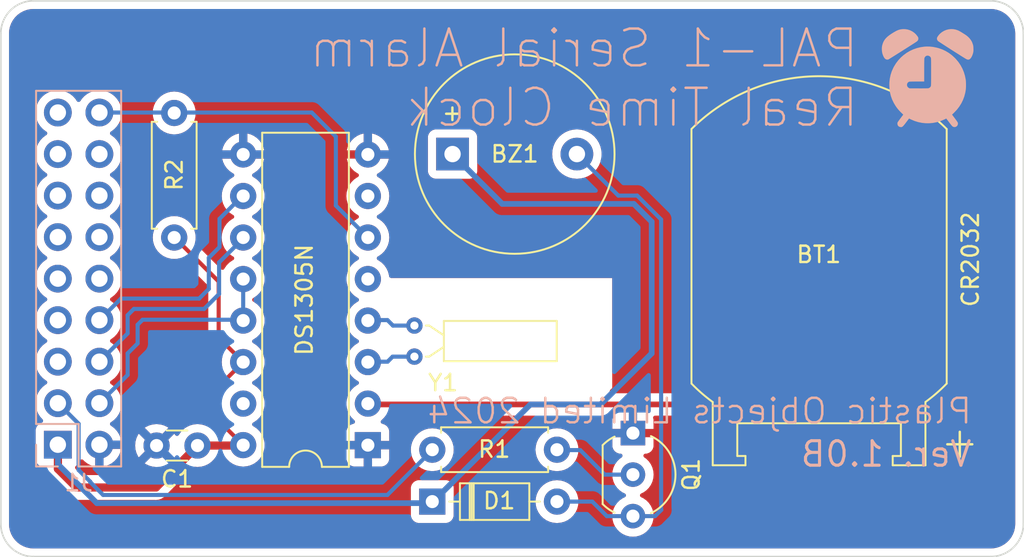
<source format=kicad_pcb>
(kicad_pcb (version 20221018) (generator pcbnew)
  (layers (0 "F.Cu" signal) (31 "B.Cu" signal) (34 "B.Paste" user) (35 "F.Paste" user) (36 "B.SilkS" user "B.Silkscreen") (37 "F.SilkS" user "F.Silkscreen") (38 "B.Mask" user) (39 "F.Mask" user) (44 "Edge.Cuts" user))
  (property "VERSION" "1.0B")
  (net 0 "")
  (net 1 "PB0")
  (net 2 "VCC")
  (net 3 "GND")
  (net 4 "PA0")
  (net 6 "PA1")
  (net 8 "PA2")
  (net 15 "Net-(BT1-+)")
  (net 18 "Net-(U1-X1)")
  (net 19 "Net-(U1-X2)")
  (net 21 "~{INT0}")
  (net 25 "Net-(Q1-B)")
  (net 26 "Net-(BZ1-+)")
  (footprint "Diode_THT:D_DO-35_SOD27_P7.62mm_Horizontal" (layer "F.Cu") (at 156.8704 100.6348)
    (fp_text reference "D1" (at 4.0894 -0.0508) (layer "F.SilkS"))
    (fp_text value "1N4148")
    (fp_line (start 1.04 0) (end 1.69 0) (stroke (width 0.12)) (layer "F.SilkS"))
    (fp_line (start 1.69 -1.12) (end 1.69 1.12) (stroke (width 0.12)) (layer "F.SilkS"))
    (fp_line (start 1.69 1.12) (end 5.93 1.12) (stroke (width 0.12)) (layer "F.SilkS"))
    (fp_line (start 2.29 -1.12) (end 2.29 1.12) (stroke (width 0.12)) (layer "F.SilkS"))
    (fp_line (start 2.41 -1.12) (end 2.41 1.12) (stroke (width 0.12)) (layer "F.SilkS"))
    (fp_line (start 2.53 -1.12) (end 2.53 1.12) (stroke (width 0.12)) (layer "F.SilkS"))
    (fp_line (start 5.93 -1.12) (end 1.69 -1.12) (stroke (width 0.12)) (layer "F.SilkS"))
    (fp_line (start 5.93 1.12) (end 5.93 -1.12) (stroke (width 0.12)) (layer "F.SilkS"))
    (fp_line (start 6.58 0) (end 5.93 0) (stroke (width 0.12)) (layer "F.SilkS"))
    (pad "1" thru_hole rect (at 0 0) (size 1.6 1.6) (drill 0.8) (layers "*.Cu" "*.Mask") (net 2 "VCC"))
    (pad "2" thru_hole oval (at 7.62 0) (size 1.6 1.6) (drill 0.8) (layers "*.Cu" "*.Mask") (net 26 "Net-(BZ1-+)"))
  )
  (footprint "Resistor_THT:R_Axial_DIN0207_L6.3mm_D2.5mm_P7.62mm_Horizontal" (layer "F.Cu") (at 141.097 84.4804 90)
    (fp_text reference "R2" (at 3.8354 0 90) (layer "F.SilkS"))
    (fp_text value "10K")
    (fp_line (start 0.54 -1.37) (end 7.08 -1.37) (stroke (width 0.12)) (layer "F.SilkS"))
    (fp_line (start 0.54 -1.04) (end 0.54 -1.37) (stroke (width 0.12)) (layer "F.SilkS"))
    (fp_line (start 0.54 1.04) (end 0.54 1.37) (stroke (width 0.12)) (layer "F.SilkS"))
    (fp_line (start 0.54 1.37) (end 7.08 1.37) (stroke (width 0.12)) (layer "F.SilkS"))
    (fp_line (start 7.08 -1.37) (end 7.08 -1.04) (stroke (width 0.12)) (layer "F.SilkS"))
    (fp_line (start 7.08 1.37) (end 7.08 1.04) (stroke (width 0.12)) (layer "F.SilkS"))
    (pad "1" thru_hole circle (at 0 0 90) (size 1.6 1.6) (drill 0.8) (layers "*.Cu" "*.Mask") (net 2 "VCC"))
    (pad "2" thru_hole oval (at 7.62 0 90) (size 1.6 1.6) (drill 0.8) (layers "*.Cu" "*.Mask") (net 21 "~{INT0}"))
  )
  (footprint "Resistor_THT:R_Axial_DIN0207_L6.3mm_D2.5mm_P7.62mm_Horizontal" (layer "F.Cu") (at 156.8704 97.4598)
    (fp_text reference "R1" (at 3.7846 -0.0254) (layer "F.SilkS"))
    (fp_text value "1K")
    (fp_line (start 0.54 -1.37) (end 7.08 -1.37) (stroke (width 0.12)) (layer "F.SilkS"))
    (fp_line (start 0.54 -1.04) (end 0.54 -1.37) (stroke (width 0.12)) (layer "F.SilkS"))
    (fp_line (start 0.54 1.04) (end 0.54 1.37) (stroke (width 0.12)) (layer "F.SilkS"))
    (fp_line (start 0.54 1.37) (end 7.08 1.37) (stroke (width 0.12)) (layer "F.SilkS"))
    (fp_line (start 7.08 -1.37) (end 7.08 -1.04) (stroke (width 0.12)) (layer "F.SilkS"))
    (fp_line (start 7.08 1.37) (end 7.08 1.04) (stroke (width 0.12)) (layer "F.SilkS"))
    (pad "1" thru_hole circle (at 0 0) (size 1.6 1.6) (drill 0.8) (layers "*.Cu" "*.Mask") (net 1 "PB0"))
    (pad "2" thru_hole oval (at 7.62 0) (size 1.6 1.6) (drill 0.8) (layers "*.Cu" "*.Mask") (net 25 "Net-(Q1-B)"))
  )
  (footprint "Package_DIP:DIP-16_W7.62mm" (layer "F.Cu") (at 152.9334 97.1804 180)
    (fp_text reference "U1" hide)
    (fp_text value "DS1305N" (at 3.8862 8.89 90) (layer "F.SilkS"))
    (fp_line (start 1.16 -1.33) (end 1.16 19.11) (stroke (width 0.12)) (layer "F.SilkS"))
    (fp_line (start 1.16 19.11) (end 6.46 19.11) (stroke (width 0.12)) (layer "F.SilkS"))
    (fp_line (start 2.81 -1.33) (end 1.16 -1.33) (stroke (width 0.12)) (layer "F.SilkS"))
    (fp_line (start 6.46 -1.33) (end 4.81 -1.33) (stroke (width 0.12)) (layer "F.SilkS"))
    (fp_line (start 6.46 19.11) (end 6.46 -1.33) (stroke (width 0.12)) (layer "F.SilkS"))
    (fp_arc (start 4.81 -1.33) (mid 3.81 -0.33) (end 2.81 -1.33) (stroke (width 0.12)) (layer "F.SilkS"))
    (pad "1" thru_hole rect (at 0 0 180) (size 1.6 1.6) (drill 0.8) (layers "*.Cu" "*.Mask") (net 3 "GND"))
    (pad "2" thru_hole oval (at 0 2.54 180) (size 1.6 1.6) (drill 0.8) (layers "*.Cu" "*.Mask") (net 15 "Net-(BT1-+)"))
    (pad "3" thru_hole oval (at 0 5.08 180) (size 1.6 1.6) (drill 0.8) (layers "*.Cu" "*.Mask") (net 18 "Net-(U1-X1)"))
    (pad "4" thru_hole oval (at 0 7.62 180) (size 1.6 1.6) (drill 0.8) (layers "*.Cu" "*.Mask") (net 19 "Net-(U1-X2)"))
    (pad "5" thru_hole oval (at 0 10.16 180) (size 1.6 1.6) (drill 0.8) (layers "*.Cu" "*.Mask"))
    (pad "6" thru_hole oval (at 0 12.7 180) (size 1.6 1.6) (drill 0.8) (layers "*.Cu" "*.Mask") (net 21 "~{INT0}"))
    (pad "7" thru_hole oval (at 0 15.24 180) (size 1.6 1.6) (drill 0.8) (layers "*.Cu" "*.Mask"))
    (pad "8" thru_hole oval (at 0 17.78 180) (size 1.6 1.6) (drill 0.8) (layers "*.Cu" "*.Mask") (net 3 "GND"))
    (pad "9" thru_hole oval (at 7.62 17.78 180) (size 1.6 1.6) (drill 0.8) (layers "*.Cu" "*.Mask") (net 3 "GND"))
    (pad "10" thru_hole oval (at 7.62 15.24 180) (size 1.6 1.6) (drill 0.8) (layers "*.Cu" "*.Mask") (net 8 "PA2"))
    (pad "11" thru_hole oval (at 7.62 12.7 180) (size 1.6 1.6) (drill 0.8) (layers "*.Cu" "*.Mask") (net 6 "PA1"))
    (pad "12" thru_hole oval (at 7.62 10.16 180) (size 1.6 1.6) (drill 0.8) (layers "*.Cu" "*.Mask") (net 4 "PA0"))
    (pad "13" thru_hole oval (at 7.62 7.62 180) (size 1.6 1.6) (drill 0.8) (layers "*.Cu" "*.Mask") (net 4 "PA0"))
    (pad "14" thru_hole oval (at 7.62 5.08 180) (size 1.6 1.6) (drill 0.8) (layers "*.Cu" "*.Mask") (net 2 "VCC"))
    (pad "15" thru_hole oval (at 7.62 2.54 180) (size 1.6 1.6) (drill 0.8) (layers "*.Cu" "*.Mask"))
    (pad "16" thru_hole oval (at 7.62 0 180) (size 1.6 1.6) (drill 0.8) (layers "*.Cu" "*.Mask") (net 2 "VCC"))
  )
  (footprint "Capacitor_THT:C_Disc_D3.0mm_W1.6mm_P2.50mm" (layer "F.Cu") (at 142.5194 97.2058 180)
    (fp_text reference "C1" (at 1.25 -2.05) (layer "F.SilkS"))
    (fp_text value "0.1uF")
    (fp_line (start 0.621 -0.92) (end 1.879 -0.92) (stroke (width 0.12)) (layer "F.SilkS"))
    (fp_line (start 0.621 0.92) (end 1.879 0.92) (stroke (width 0.12)) (layer "F.SilkS"))
    (pad "1" thru_hole circle (at 0 0 180) (size 1.6 1.6) (drill 0.8) (layers "*.Cu" "*.Mask") (net 2 "VCC"))
    (pad "2" thru_hole circle (at 2.5 0 180) (size 1.6 1.6) (drill 0.8) (layers "*.Cu" "*.Mask") (net 3 "GND"))
  )
  (footprint "Crystal:Crystal_C26-LF_D2.1mm_L6.5mm_Horizontal" (layer "F.Cu") (at 155.7782 91.7652 90)
    (fp_text reference "Y1" (at -1.6 1.75) (layer "F.SilkS"))
    (fp_text value "32.768khz")
    (fp_line (start -0.28 1.8) (end -0.28 8.7) (stroke (width 0.12)) (layer "F.SilkS"))
    (fp_line (start -0.28 8.7) (end 2.18 8.7) (stroke (width 0.12)) (layer "F.SilkS"))
    (fp_line (start 0 0.9) (end 0 0.7) (stroke (width 0.12)) (layer "F.SilkS"))
    (fp_line (start 0.6 1.8) (end 0 0.9) (stroke (width 0.12)) (layer "F.SilkS"))
    (fp_line (start 1.3 1.8) (end 1.9 0.9) (stroke (width 0.12)) (layer "F.SilkS"))
    (fp_line (start 1.9 0.9) (end 1.9 0.7) (stroke (width 0.12)) (layer "F.SilkS"))
    (fp_line (start 2.18 1.8) (end -0.28 1.8) (stroke (width 0.12)) (layer "F.SilkS"))
    (fp_line (start 2.18 8.7) (end 2.18 1.8) (stroke (width 0.12)) (layer "F.SilkS"))
    (pad "1" thru_hole circle (at 0 0 90) (size 1 1) (drill 0.5) (layers "*.Cu" "*.Mask") (net 18 "Net-(U1-X1)"))
    (pad "2" thru_hole circle (at 1.9 0 90) (size 1 1) (drill 0.5) (layers "*.Cu" "*.Mask") (net 19 "Net-(U1-X2)"))
  )
  (footprint "Buzzer_Beeper:Buzzer_12x9.5RM7.6" (layer "F.Cu") (at 158.1096 79.375)
    (fp_text reference "BZ1" (at 3.8 0) (layer "F.SilkS"))
    (fp_text value "Buzzer")
    (fp_text user "+" (at -0.01 -2.54) (layer "F.SilkS"))
    (fp_circle (center 3.8 0) (end 9.9 0) (stroke (width 0.12)) (fill none) (layer "F.SilkS"))
    (pad "1" thru_hole rect (at 0 0) (size 2 2) (drill 1) (layers "*.Cu" "*.Mask") (net 2 "VCC"))
    (pad "2" thru_hole circle (at 7.6 0) (size 2 2) (drill 1) (layers "*.Cu" "*.Mask") (net 26 "Net-(BZ1-+)"))
  )
  (footprint "Battery_Holder:CH7410-2032" (layer "F.Cu") (at 180.511633 87.8434)
    (fp_text reference "BT1" (at -0.019233 -2.3216 unlocked) (layer "F.SilkS"))
    (fp_text value "CR2032" hide)
    (fp_text user "+" (at 8.6 10.3 unlocked) (layer "F.SilkS") (effects (font (size 2 2)) (justify bottom)))
    (fp_line (start -7.8 -10) (end -7.8 5.57) (stroke (width 0.12)) (layer "F.SilkS"))
    (fp_line (start -6.5 10.569134) (end -6.5 6.7) (stroke (width 0.12)) (layer "F.SilkS"))
    (fp_line (start -6.5 10.569134) (end -4.5 10.569134) (stroke (width 0.12)) (layer "F.SilkS"))
    (fp_line (start -5 8) (end -5 10) (stroke (width 0.12)) (layer "F.SilkS"))
    (fp_line (start -5 8) (end 5 8) (stroke (width 0.12)) (layer "F.SilkS"))
    (fp_line (start -4.5 10) (end -5 10) (stroke (width 0.12)) (layer "F.SilkS"))
    (fp_line (start -4.5 10) (end -4.5 10.569134) (stroke (width 0.12)) (layer "F.SilkS"))
    (fp_line (start 4.5 10) (end 4.5 10.569134) (stroke (width 0.12)) (layer "F.SilkS"))
    (fp_line (start 4.5 10) (end 5 10) (stroke (width 0.12)) (layer "F.SilkS"))
    (fp_line (start 4.5 10.569134) (end 6.5 10.569134) (stroke (width 0.12)) (layer "F.SilkS"))
    (fp_line (start 5 8) (end 5 10) (stroke (width 0.12)) (layer "F.SilkS"))
    (fp_line (start 6.5 10.569134) (end 6.5 6.7) (stroke (width 0.12)) (layer "F.SilkS"))
    (fp_line (start 7.8 -10) (end 7.8 5.57) (stroke (width 0.12)) (layer "F.SilkS"))
    (fp_arc (start -7.8 -10) (mid 0 -13.230866) (end 7.8 -10) (stroke (width 0.12)) (layer "F.SilkS"))
    (fp_arc (start -6.5 6.7) (mid -7.174687 6.162947) (end -7.8 5.569134) (stroke (width 0.12)) (layer "F.SilkS"))
    (fp_arc (start 7.8 5.569134) (mid 7.174687 6.162946) (end 6.5 6.7) (stroke (width 0.12)) (layer "F.SilkS"))
    (pad "1" smd roundrect (at 0 10.2) (size 3.6 2.2) (layers "F.Cu" "F.Paste" "F.Mask") (roundrect_rratio 0.025) (net 15 "Net-(BT1-+)"))
    (pad "2" smd roundrect (at 0 -11.1) (size 2.6 3.6) (layers "F.Cu" "F.Paste" "F.Mask") (roundrect_rratio 0.025) (net 3 "GND"))
  )
  (footprint "Package_TO_SOT_THT:TO-92_Inline_Wide" (layer "F.Cu") (at 169.1342 96.4438 -90)
    (fp_text reference "Q1" (at 2.54 -3.56 -90) (layer "F.SilkS"))
    (fp_text value "2N3904")
    (fp_line (start 0.74 1.85) (end 4.34 1.85) (stroke (width 0.12)) (layer "F.SilkS"))
    (fp_arc (start 0.1836 -1.098807) (mid 1.143021 -2.192817) (end 2.54 -2.6) (stroke (width 0.12)) (layer "F.SilkS"))
    (fp_arc (start 0.74 1.85) (mid 0.446097 1.509328) (end 0.215816 1.122795) (stroke (width 0.12)) (layer "F.SilkS"))
    (fp_arc (start 2.54 -2.6) (mid 3.936979 -2.192818) (end 4.8964 -1.098807) (stroke (width 0.12)) (layer "F.SilkS"))
    (fp_arc (start 4.864184 1.122795) (mid 4.633903 1.509328) (end 4.34 1.85) (stroke (width 0.12)) (layer "F.SilkS"))
    (pad "1" thru_hole rect (at 0 0 270) (size 1.5 1.5) (drill 0.8) (layers "*.Cu" "*.Mask") (net 3 "GND"))
    (pad "2" thru_hole circle (at 2.54 0 270) (size 1.5 1.5) (drill 0.8) (layers "*.Cu" "*.Mask") (net 25 "Net-(Q1-B)"))
    (pad "3" thru_hole circle (at 5.08 0 270) (size 1.5 1.5) (drill 0.8) (layers "*.Cu" "*.Mask") (net 26 "Net-(BZ1-+)"))
  )
  (footprint "LOGO" (layer "B.Cu") (at 187.1472 74.7268 180)
    (fp_text reference "G***" hide)
    (fp_text value "LOGO" hide)
    (fp_poly (pts (xy 1.583049 2.990531) (xy 1.659921 2.979023) (xy 1.734334 2.961119) (xy 1.809685 2.935477) (xy 1.88937 2.900753) (xy 1.976786 2.855606) (xy 2.07533 2.798695) (xy 2.188398 2.728676) (xy 2.203237 2.719244) (xy 2.338487 2.627494) (xy 2.452569 2.537232) (xy 2.54742 2.44598) (xy 2.624979 2.351259) (xy 2.687183 2.250593) (xy 2.735968 2.141503) (xy 2.773273 2.021512) (xy 2.783952 1.976591) (xy 2.797399 1.884637) (xy 2.801387 1.780113) (xy 2.796325 1.671666) (xy 2.782618 1.567944) (xy 2.760673 1.477594) (xy 2.760443 1.476881) (xy 2.720519 1.36731) (xy 2.678377 1.279986) (xy 2.633283 1.213759) (xy 2.584502 1.167481) (xy 2.549861 1.147275) (xy 2.485542 1.128463) (xy 2.422495 1.132204) (xy 2.39712 1.139803) (xy 2.383324 1.147446) (xy 2.351525 1.166581) (xy 2.303482 1.196096) (xy 2.240957 1.234877) (xy 2.165711 1.281812) (xy 2.079505 1.335787) (xy 1.984099 1.395689) (xy 1.881254 1.460406) (xy 1.772732 1.528824) (xy 1.660293 1.59983) (xy 1.545699 1.672311) (xy 1.430709 1.745154) (xy 1.317085 1.817246) (xy 1.206589 1.887474) (xy 1.10098 1.954726) (xy 1.00202 2.017887) (xy 0.911469 2.075845) (xy 0.831089 2.127487) (xy 0.762641 2.171699) (xy 0.707884 2.20737) (xy 0.700854 2.211985) (xy 0.640839 2.256656) (xy 0.600785 2.300351) (xy 0.57784 2.347489) (xy 0.569153 2.402488) (xy 0.568872 2.416487) (xy 0.570147 2.451365) (xy 0.575843 2.479565) (xy 0.588766 2.508464) (xy 0.611721 2.545437) (xy 0.625914 2.566444) (xy 0.717451 2.680092) (xy 0.82519 2.778598) (xy 0.946372 2.860602) (xy 1.078235 2.924746) (xy 1.218021 2.969671) (xy 1.362969 2.994017) (xy 1.500323 2.996983)) (fill solid) (layer "B.SilkS"))
    (fp_poly (pts (xy -1.277505 2.982662) (xy -1.134825 2.945964) (xy -0.998312 2.888782) (xy -0.870445 2.811536) (xy -0.770485 2.730488) (xy -0.715773 2.675488) (xy -0.665157 2.616235) (xy -0.621893 2.557262) (xy -0.589233 2.503102) (xy -0.570432 2.458289) (xy -0.568207 2.448683) (xy -0.568108 2.384533) (xy -0.588741 2.32269) (xy -0.627807 2.269834) (xy -0.630697 2.267086) (xy -0.646864 2.254916) (xy -0.681049 2.231396) (xy -0.731441 2.197685) (xy -0.79623 2.154941) (xy -0.873606 2.104321) (xy -0.961759 2.046984) (xy -1.058879 1.984089) (xy -1.163157 1.916793) (xy -1.272783 1.846254) (xy -1.385945 1.773632) (xy -1.500835 1.700083) (xy -1.615643 1.626766) (xy -1.728558 1.554839) (xy -1.837771 1.48546) (xy -1.941472 1.419788) (xy -2.037851 1.358981) (xy -2.125097 1.304196) (xy -2.201401 1.256593) (xy -2.264953 1.217328) (xy -2.313943 1.187561) (xy -2.346561 1.16845) (xy -2.353898 1.164427) (xy -2.419786 1.135955) (xy -2.476686 1.126241) (xy -2.529054 1.134839) (xy -2.552432 1.144616) (xy -2.599671 1.178905) (xy -2.646259 1.233288) (xy -2.690308 1.304452) (xy -2.729931 1.389079) (xy -2.763242 1.483856) (xy -2.779074 1.54279) (xy -2.789545 1.590707) (xy -2.796229 1.634078) (xy -2.799617 1.67977) (xy -2.800201 1.734651) (xy -2.798475 1.805591) (xy -2.798294 1.810937) (xy -2.795287 1.881809) (xy -2.791138 1.936128) (xy -2.784789 1.98078) (xy -2.775181 2.022656) (xy -2.761254 2.068644) (xy -2.756426 2.083224) (xy -2.733449 2.14941) (xy -2.713092 2.200738) (xy -2.691639 2.244918) (xy -2.665373 2.289662) (xy -2.633467 2.338395) (xy -2.562151 2.43061) (xy -2.475894 2.52009) (xy -2.382629 2.598975) (xy -2.339779 2.629394) (xy -2.226529 2.703459) (xy -2.122187 2.769363) (xy -2.028956 2.825787) (xy -1.949041 2.871413) (xy -1.884644 2.904924) (xy -1.860281 2.91615) (xy -1.717739 2.965619) (xy -1.571442 2.992912) (xy -1.423871 2.998452)) (fill solid) (layer "B.SilkS"))
    (fp_poly (pts (xy 0.199261 1.923191) (xy 0.433364 1.889496) (xy 0.659969 1.834077) (xy 0.877874 1.757754) (xy 1.085878 1.661349) (xy 1.282778 1.545684) (xy 1.467372 1.41158) (xy 1.638459 1.259859) (xy 1.794836 1.091341) (xy 1.935302 0.906848) (xy 2.058655 0.707201) (xy 2.103725 0.621713) (xy 2.195981 0.412327) (xy 2.265967 0.195833) (xy 2.313725 -0.02795) (xy 2.339297 -0.259203) (xy 2.34404 -0.417609) (xy 2.333291 -0.654167) (xy 2.301381 -0.881033) (xy 2.248024 -1.099179) (xy 2.172935 -1.309577) (xy 2.075831 -1.513198) (xy 1.971736 -1.687863) (xy 1.896033 -1.798525) (xy 1.820951 -1.89653) (xy 1.740157 -1.98951) (xy 1.647321 -2.085099) (xy 1.620602 -2.111155) (xy 1.492211 -2.235197) (xy 1.661398 -2.461638) (xy 1.709396 -2.526438) (xy 1.753005 -2.586375) (xy 1.790122 -2.638469) (xy 1.818641 -2.679744) (xy 1.836457 -2.707219) (xy 1.841272 -2.716191) (xy 1.851574 -2.772848) (xy 1.844915 -2.834828) (xy 1.823351 -2.89374) (xy 1.788934 -2.941195) (xy 1.785382 -2.944523) (xy 1.7423 -2.972381) (xy 1.688 -2.992485) (xy 1.63446 -3.000448) (xy 1.632563 -3.000453) (xy 1.602821 -2.998386) (xy 1.575052 -2.991161) (xy 1.547123 -2.976826) (xy 1.5169 -2.953433) (xy 1.482249 -2.919031) (xy 1.441038 -2.871672) (xy 1.391132 -2.809405) (xy 1.330397 -2.730281) (xy 1.315823 -2.711017) (xy 1.137184 -2.474468) (xy 1.005209 -2.537923) (xy 0.794063 -2.626628) (xy 0.576234 -2.693513) (xy 0.353599 -2.738578) (xy 0.128033 -2.761823) (xy -0.098587 -2.763248) (xy -0.324386 -2.742852) (xy -0.547487 -2.700637) (xy -0.766015 -2.636601) (xy -0.978093 -2.550744) (xy -1.00499 -2.538029) (xy -1.136745 -2.47468) (xy -1.315834 -2.71129) (xy -1.37396 -2.787549) (xy -1.42044 -2.847102) (xy -1.457318 -2.89227) (xy -1.486635 -2.925379) (xy -1.510434 -2.948753) (xy -1.530759 -2.964714) (xy -1.546992 -2.974273) (xy -1.611575 -2.996587) (xy -1.674904 -2.996159) (xy -1.730249 -2.978221) (xy -1.786161 -2.940779) (xy -1.826018 -2.888569) (xy -1.847887 -2.825535) (xy -1.849835 -2.75562) (xy -1.847332 -2.739356) (xy -1.83668 -2.713999) (xy -1.811156 -2.671329) (xy -1.771106 -2.611866) (xy -1.716875 -2.536126) (xy -1.665991 -2.467467) (xy -1.492167 -2.235648) (xy -1.632494 -2.099481) (xy -1.794247 -1.926661) (xy -1.936487 -1.741411) (xy -2.05869 -1.544776) (xy -2.16033 -1.337802) (xy -2.240886 -1.121536) (xy -2.299831 -0.897023) (xy -2.332205 -0.703276) (xy -2.338525 -0.633095) (xy -2.342483 -0.547126) (xy -2.344131 -0.451706) (xy -2.343521 -0.35317) (xy -2.340705 -0.257853) (xy -2.335734 -0.172093) (xy -2.328662 -0.102224) (xy -2.327189 -0.091948) (xy -2.28009 0.143334) (xy -2.21188 0.368521) (xy -2.209157 0.375081) (xy -0.210983 0.375081) (xy -0.21097 0.214891) (xy -0.210897 0.076444) (xy -0.210719 -0.041961) (xy -0.21039 -0.142024) (xy -0.209862 -0.225444) (xy -0.209089 -0.293922) (xy -0.208025 -0.349158) (xy -0.206623 -0.392852) (xy -0.204837 -0.426704) (xy -0.202619 -0.452414) (xy -0.199924 -0.471682) (xy -0.196705 -0.486208) (xy -0.192915 -0.497692) (xy -0.188508 -0.507834) (xy -0.186709 -0.511593) (xy -0.149597 -0.562729) (xy -0.095947 -0.601795) (xy -0.042687 -0.622033) (xy -0.023736 -0.623821) (xy 0.016176 -0.625408) (xy 0.074566 -0.626765) (xy 0.148951 -0.627861) (xy 0.236851 -0.628669) (xy 0.335783 -0.629158) (xy 0.443265 -0.629299) (xy 0.550899 -0.629085) (xy 1.10766 -0.627088) (xy 1.16221 -0.59502) (xy 1.213042 -0.553239) (xy 1.246292 -0.501032) (xy 1.2623 -0.442758) (xy 1.261404 -0.382773) (xy 1.243944 -0.325435) (xy 1.21026 -0.275101) (xy 1.160691 -0.236128) (xy 1.13327 -0.223449) (xy 1.111421 -0.219849) (xy 1.067015 -0.216827) (xy 1.00093 -0.214408) (xy 0.914044 -0.212615) (xy 0.807236 -0.211469) (xy 0.681384 -0.210995) (xy 0.655628 -0.210982) (xy 0.210982 -0.210982) (xy 0.210917 0.483503) (xy 0.21069 0.643593) (xy 0.21005 0.786039) (xy 0.209011 0.909998) (xy 0.207587 1.014622) (xy 0.205791 1.099066) (xy 0.203639 1.162485) (xy 0.201143 1.204032) (xy 0.198745 1.221579) (xy 0.173537 1.276315) (xy 0.13326 1.324849) (xy 0.091647 1.354905) (xy 0.032995 1.37289) (xy -0.029571 1.371548) (xy -0.090157 1.35284) (xy -0.14287 1.318728) (xy -0.181814 1.271173) (xy -0.186415 1.262363) (xy -0.191118 1.25222) (xy -0.195179 1.241476) (xy -0.198645 1.228433) (xy -0.201564 1.211387) (xy -0.203981 1.18864) (xy -0.205946 1.158488) (xy -0.207503 1.119233) (xy -0.208701 1.069172) (xy -0.209588 1.006604) (xy -0.210208 0.92983) (xy -0.210611 0.837147) (xy -0.210843 0.726855) (xy -0.210951 0.597253) (xy -0.210982 0.446639) (xy -0.210983 0.375081) (xy -2.209157 0.375081) (xy -2.122719 0.583294) (xy -2.012768 0.787335) (xy -1.882187 0.980325) (xy -1.731135 1.161945) (xy -1.658941 1.237458) (xy -1.483814 1.397427) (xy -1.297869 1.536603) (xy -1.101013 1.65504) (xy -0.893152 1.752789) (xy -0.674192 1.829903) (xy -0.5509 1.863082) (xy -0.333842 1.906258) (xy -0.124245 1.928837) (xy 0.081131 1.931077)) (fill solid) (layer "B.SilkS"))
  )
  (footprint "Connector_PinHeader_2.54mm:PinHeader_2x09_P2.54mm_Vertical" (layer "B.Cu") (at 133.985 97.155)
    (fp_text reference "J1" (at 1.27 2.33) (layer "B.SilkS") (effects (justify mirror)))
    (fp_text value "Conn_RIOT")
    (fp_line (start -1.33 -21.65) (end 3.87 -21.65) (stroke (width 0.12)) (layer "B.SilkS"))
    (fp_line (start -1.33 -1.27) (end -1.33 -21.65) (stroke (width 0.12)) (layer "B.SilkS"))
    (fp_line (start -1.33 -1.27) (end 1.27 -1.27) (stroke (width 0.12)) (layer "B.SilkS"))
    (fp_line (start -1.33 0) (end -1.33 1.33) (stroke (width 0.12)) (layer "B.SilkS"))
    (fp_line (start -1.33 1.33) (end 0 1.33) (stroke (width 0.12)) (layer "B.SilkS"))
    (fp_line (start 1.27 -1.27) (end 1.27 1.33) (stroke (width 0.12)) (layer "B.SilkS"))
    (fp_line (start 1.27 1.33) (end 3.87 1.33) (stroke (width 0.12)) (layer "B.SilkS"))
    (fp_line (start 3.87 1.33) (end 3.87 -21.65) (stroke (width 0.12)) (layer "B.SilkS"))
    (pad "1" thru_hole rect (at 0 0) (size 1.7 1.7) (drill 1) (layers "*.Cu" "*.Mask") (net 2 "VCC"))
    (pad "2" thru_hole oval (at 2.54 0) (size 1.7 1.7) (drill 1) (layers "*.Cu" "*.Mask") (net 3 "GND"))
    (pad "3" thru_hole oval (at 0 -2.54) (size 1.7 1.7) (drill 1) (layers "*.Cu" "*.Mask") (net 1 "PB0"))
    (pad "4" thru_hole oval (at 2.54 -2.54) (size 1.7 1.7) (drill 1) (layers "*.Cu" "*.Mask") (net 4 "PA0"))
    (pad "5" thru_hole oval (at 0 -5.08) (size 1.7 1.7) (drill 1) (layers "*.Cu" "*.Mask"))
    (pad "6" thru_hole oval (at 2.54 -5.08) (size 1.7 1.7) (drill 1) (layers "*.Cu" "*.Mask") (net 6 "PA1"))
    (pad "7" thru_hole oval (at 0 -7.62) (size 1.7 1.7) (drill 1) (layers "*.Cu" "*.Mask"))
    (pad "8" thru_hole oval (at 2.54 -7.62) (size 1.7 1.7) (drill 1) (layers "*.Cu" "*.Mask") (net 8 "PA2"))
    (pad "9" thru_hole oval (at 0 -10.16) (size 1.7 1.7) (drill 1) (layers "*.Cu" "*.Mask"))
    (pad "10" thru_hole oval (at 2.54 -10.16) (size 1.7 1.7) (drill 1) (layers "*.Cu" "*.Mask"))
    (pad "11" thru_hole oval (at 0 -12.7) (size 1.7 1.7) (drill 1) (layers "*.Cu" "*.Mask"))
    (pad "12" thru_hole oval (at 2.54 -12.7) (size 1.7 1.7) (drill 1) (layers "*.Cu" "*.Mask"))
    (pad "13" thru_hole oval (at 0 -15.24) (size 1.7 1.7) (drill 1) (layers "*.Cu" "*.Mask"))
    (pad "14" thru_hole oval (at 2.54 -15.24) (size 1.7 1.7) (drill 1) (layers "*.Cu" "*.Mask"))
    (pad "15" thru_hole oval (at 0 -17.78) (size 1.7 1.7) (drill 1) (layers "*.Cu" "*.Mask"))
    (pad "16" thru_hole oval (at 2.54 -17.78) (size 1.7 1.7) (drill 1) (layers "*.Cu" "*.Mask"))
    (pad "17" thru_hole oval (at 0 -20.32) (size 1.7 1.7) (drill 1) (layers "*.Cu" "*.Mask"))
    (pad "18" thru_hole oval (at 2.54 -20.32) (size 1.7 1.7) (drill 1) (layers "*.Cu" "*.Mask") (net 21 "~{INT0}"))
  )
  (gr_line locked (start 132.5 70) (end 191 70) (stroke (width 0.1)) (layer "Edge.Cuts"))
  (gr_arc locked (start 193 102) (mid 192.414214 103.414214) (end 191 104) (stroke (width 0.1)) (layer "Edge.Cuts"))
  (gr_arc locked (start 132.5 104) (mid 131.085786 103.414214) (end 130.5 102) (stroke (width 0.1)) (layer "Edge.Cuts"))
  (gr_arc locked (start 191 70) (mid 192.414214 70.585786) (end 193 72) (stroke (width 0.1)) (layer "Edge.Cuts"))
  (gr_line locked (start 193 72) (end 193 102) (stroke (width 0.1)) (layer "Edge.Cuts"))
  (gr_line locked (start 132.5 104) (end 191 104) (stroke (width 0.1)) (layer "Edge.Cuts"))
  (gr_line locked (start 130.5 72) (end 130.5 102) (stroke (width 0.1)) (layer "Edge.Cuts"))
  (gr_arc locked (start 130.5 72) (mid 131.085786 70.585786) (end 132.5 70) (stroke (width 0.1)) (layer "Edge.Cuts"))
  (gr_text "PAL-1 Serial Alarm\nReal Time Clock" (at 183.0578 77.85155) (layer "B.SilkS") (effects (font (size 2.25 2.25)) (justify left bottom mirror)))
  (gr_text "Plastic Objects Limited 2024" (at 189.947401 95.0976) (layer "B.SilkS") (effects (font (size 1.5 1.5)) (justify left mirror)))
  (gr_text "Ver. ${VERSION}" (at 189.947401 98.6028) (layer "B.SilkS") (effects (font (size 1.5 1.5) (thickness 0.1875)) (justify left bottom mirror)))
  (gr_text "CR2032" (at 190.3476 88.8238 90) (layer "F.SilkS") (effects (font (size 1 1)) (justify left bottom)))
  (segment (start 136.7536 100.2284) (end 154.1272 100.2284) (width 0.25) (layer "B.Cu") (net 1))
  (segment (start 135.255 95.8723) (end 135.255 98.7044) (width 0.25) (layer "B.Cu") (net 1))
  (segment (start 135.255 98.7044) (end 135.9662 99.4156) (width 0.25) (layer "B.Cu") (net 1))
  (segment (start 133.99 94.6073) (end 135.255 95.8723) (width 0.25) (layer "B.Cu") (net 1))
  (segment (start 154.1272 100.2284) (end 156.8704 97.4852) (width 0.25) (layer "B.Cu") (net 1))
  (segment (start 135.9662 99.441) (end 136.7536 100.2284) (width 0.25) (layer "B.Cu") (net 1))
  (segment (start 135.9662 99.4156) (end 135.9662 99.441) (width 0.25) (layer "B.Cu") (net 1))
  (segment (start 135.128 99.7712) (end 138.5062 99.7712) (width 0.5) (layer "F.Cu") (net 2))
  (segment (start 143.8148 93.599) (end 143.8148 95.6818) (width 0.25) (layer "F.Cu") (net 2))
  (segment (start 133.99 98.6332) (end 135.128 99.7712) (width 0.5) (layer "F.Cu") (net 2))
  (segment (start 143.8148 90.6018) (end 145.288 92.075) (width 0.25) (layer "F.Cu") (net 2))
  (segment (start 145.2626 97.1804) (end 145.288 97.155) (width 0.5) (layer "F.Cu") (net 2))
  (segment (start 143.8148 95.6818) (end 145.3134 97.1804) (width 0.25) (layer "F.Cu") (net 2))
  (segment (start 145.3134 92.1004) (end 143.8148 93.599) (width 0.25) (layer "F.Cu") (net 2))
  (segment (start 145.288 97.2058) (end 145.3134 97.1804) (width 0.5) (layer "F.Cu") (net 2))
  (segment (start 139.9794 99.7712) (end 142.5448 97.2058) (width 0.5) (layer "F.Cu") (net 2))
  (segment (start 133.99 97.1473) (end 133.99 98.6332) (width 0.5) (layer "F.Cu") (net 2))
  (segment (start 141.097 84.455) (end 143.8148 87.1728) (width 0.25) (layer "F.Cu") (net 2))
  (segment (start 143.8148 87.1728) (end 143.8148 90.6018) (width 0.25) (layer "F.Cu") (net 2))
  (segment (start 142.5448 97.2058) (end 145.288 97.2058) (width 0.5) (layer "F.Cu") (net 2))
  (segment (start 138.5062 99.7712) (end 139.9794 99.7712) (width 0.5) (layer "F.Cu") (net 2))
  (segment (start 156.7768 100.7284) (end 156.8704 100.6348) (width 0.35) (layer "B.Cu") (net 2))
  (segment (start 156.8704 100.6348) (end 156.9212 100.6348) (width 0.35) (layer "B.Cu") (net 2))
  (segment (start 169.1894 82.423) (end 161.1476 82.423) (width 0.35) (layer "B.Cu") (net 2))
  (segment (start 156.9212 100.6348) (end 162.8648 94.6912) (width 0.35) (layer "B.Cu") (net 2))
  (segment (start 167.1574 94.6912) (end 170.2816 91.567) (width 0.35) (layer "B.Cu") (net 2))
  (segment (start 133.99 97.1473) (end 133.99 98.349381) (width 0.35) (layer "B.Cu") (net 2))
  (segment (start 162.8648 94.6912) (end 167.1574 94.6912) (width 0.35) (layer "B.Cu") (net 2))
  (segment (start 170.2816 83.5152) (end 169.1894 82.423) (width 0.35) (layer "B.Cu") (net 2))
  (segment (start 133.99 98.349381) (end 136.369019 100.7284) (width 0.35) (layer "B.Cu") (net 2))
  (segment (start 136.369019 100.7284) (end 156.7768 100.7284) (width 0.35) (layer "B.Cu") (net 2))
  (segment (start 161.1476 82.423) (end 158.125 79.4004) (width 0.35) (layer "B.Cu") (net 2))
  (segment (start 170.2816 91.567) (end 170.2816 83.5152) (width 0.35) (layer "B.Cu") (net 2))
  (segment (start 138.2522 91.567) (end 138.8618 90.9574) (width 0.25) (layer "B.Cu") (net 4))
  (segment (start 145.3134 87.0204) (end 145.3134 89.5604) (width 0.25) (layer "B.Cu") (net 4))
  (segment (start 139.1666 89.5096) (end 145.2626 89.5096) (width 0.25) (layer "B.Cu") (net 4))
  (segment (start 136.53 94.6073) (end 138.2522 92.8851) (width 0.25) (layer "B.Cu") (net 4))
  (segment (start 138.8618 89.8144) (end 139.1666 89.5096) (width 0.25) (layer "B.Cu") (net 4))
  (segment (start 138.2522 92.8851) (end 138.2522 91.567) (width 0.25) (layer "B.Cu") (net 4))
  (segment (start 138.8618 90.9574) (end 138.8618 89.8144) (width 0.25) (layer "B.Cu") (net 4))
  (segment (start 145.2626 89.5096) (end 145.288 89.535) (width 0.25) (layer "B.Cu") (net 4))
  (segment (start 136.53 92.0673) (end 138.2522 90.3451) (width 0.25) (layer "B.Cu") (net 6))
  (segment (start 143.8402 86.0044) (end 145.288 84.5566) (width 0.25) (layer "B.Cu") (net 6))
  (segment (start 142.9258 88.8492) (end 143.8402 87.9348) (width 0.25) (layer "B.Cu") (net 6))
  (segment (start 145.288 84.5566) (end 145.288 84.455) (width 0.25) (layer "B.Cu") (net 6))
  (segment (start 138.2522 89.2302) (end 138.6332 88.8492) (width 0.25) (layer "B.Cu") (net 6))
  (segment (start 138.2522 90.3451) (end 138.2522 89.2302) (width 0.25) (layer "B.Cu") (net 6))
  (segment (start 143.8402 87.9348) (end 143.8402 86.0044) (width 0.25) (layer "B.Cu") (net 6))
  (segment (start 138.6332 88.8492) (end 142.9258 88.8492) (width 0.25) (layer "B.Cu") (net 6))
  (segment (start 142.621 88.2142) (end 137.8431 88.2142) (width 0.25) (layer "B.Cu") (net 8))
  (segment (start 143.8656 83.3374) (end 143.8656 85.0646) (width 0.25) (layer "B.Cu") (net 8))
  (segment (start 143.2124 87.6228) (end 142.621 88.2142) (width 0.25) (layer "B.Cu") (net 8))
  (segment (start 143.2124 85.7178) (end 143.2124 87.6228) (width 0.25) (layer "B.Cu") (net 8))
  (segment (start 145.288 81.915) (end 143.8656 83.3374) (width 0.25) (layer "B.Cu") (net 8))
  (segment (start 137.8431 88.2142) (end 136.53 89.5273) (width 0.25) (layer "B.Cu") (net 8))
  (segment (start 143.8656 85.0646) (end 143.2124 85.7178) (width 0.25) (layer "B.Cu") (net 8))
  (segment (start 152.908 94.615) (end 152.9842 94.6912) (width 0.35) (layer "F.Cu") (net 15))
  (segment (start 176.5554 94.6912) (end 179.8574 97.9932) (width 0.35) (layer "F.Cu") (net 15))
  (segment (start 179.8574 97.9932) (end 180.5432 97.9932) (width 0.35) (layer "F.Cu") (net 15))
  (segment (start 152.9842 94.6912) (end 176.5554 94.6912) (width 0.35) (layer "F.Cu") (net 15))
  (segment (start 154.4472 91.7667) (end 155.6684 91.7667) (width 0.25) (layer "B.Cu") (net 18))
  (segment (start 154.1389 92.075) (end 154.4472 91.7667) (width 0.25) (layer "B.Cu") (net 18))
  (segment (start 152.908 92.075) (end 154.1389 92.075) (width 0.25) (layer "B.Cu") (net 18))
  (segment (start 152.908 89.5321) (end 154.133 89.5321) (width 0.25) (layer "B.Cu") (net 19))
  (segment (start 154.4676 89.8667) (end 155.6684 89.8667) (width 0.25) (layer "B.Cu") (net 19))
  (segment (start 154.133 89.5321) (end 154.4676 89.8667) (width 0.25) (layer "B.Cu") (net 19))
  (segment (start 150.9776 82.5246) (end 150.9776 78.3082) (width 0.25) (layer "B.Cu") (net 21))
  (segment (start 141.097 76.835) (end 149.5044 76.835) (width 0.25) (layer "B.Cu") (net 21))
  (segment (start 150.9776 78.3082) (end 149.5044 76.835) (width 0.25) (layer "B.Cu") (net 21))
  (segment (start 141.097 76.835) (end 136.5377 76.835) (width 0.25) (layer "B.Cu") (net 21))
  (segment (start 152.908 84.455) (end 150.9776 82.5246) (width 0.25) (layer "B.Cu") (net 21))
  (segment (start 164.4904 97.4852) (end 165.9128 97.4852) (width 0.25) (layer "B.Cu") (net 25))
  (segment (start 165.9128 97.4852) (end 167.4114 98.9838) (width 0.25) (layer "B.Cu") (net 25))
  (segment (start 167.4114 98.9838) (end 168.91 98.9838) (width 0.25) (layer "B.Cu") (net 25))
  (segment (start 167.5384 101.5238) (end 170.4848 101.5238) (width 0.25) (layer "B.Cu") (net 26))
  (segment (start 170.8566 83.379) (end 169.3926 81.915) (width 0.25) (layer "B.Cu") (net 26))
  (segment (start 166.6494 100.6348) (end 167.5384 101.5238) (width 0.25) (layer "B.Cu") (net 26))
  (segment (start 164.4904 100.6348) (end 166.6494 100.6348) (width 0.25) (layer "B.Cu") (net 26))
  (segment (start 170.8566 101.1336) (end 170.8566 83.379) (width 0.25) (layer "B.Cu") (net 26))
  (segment (start 170.4848 101.5238) (end 170.8658 101.1428) (width 0.25) (layer "B.Cu") (net 26))
  (segment (start 170.8658 101.1428) (end 170.8566 101.1336) (width 0.25) (layer "B.Cu") (net 26))
  (segment (start 169.3926 81.915) (end 168.2396 81.915) (width 0.25) (layer "B.Cu") (net 26))
  (segment (start 168.2396 81.915) (end 165.725 79.4004) (width 0.25) (layer "B.Cu") (net 26))
  (zone (net 3) (net_name "GND") (layers "F&B.Cu") (connect_pads (clearance 0.508)) (min_thickness 0.254) (fill yes (thermal_gap 0.508) (thermal_bridge_width 0.508))
    (polygon (pts (xy 193.04 69.9516) (xy 192.913 103.9622) (xy 130.9878 104.013) (xy 130.9878 70.0024)))
  )
  (zone (net 0) (net_name "") (layers "F&B.Cu") (connect_pads (clearance 0)) (min_thickness 0.25)
    (keepout (tracks allowed) (vias allowed) (pads allowed) (copperpour not_allowed) (footprints allowed))
    (fill (thermal_gap 0.5) (thermal_bridge_width 0.5))
    (polygon (pts (xy 152.9588 94.6521) (xy 152.9588 86.9559) (xy 167.8686 86.9559) (xy 167.8686 93.6869) (xy 166.7764 94.6521)))
  )
)
</source>
